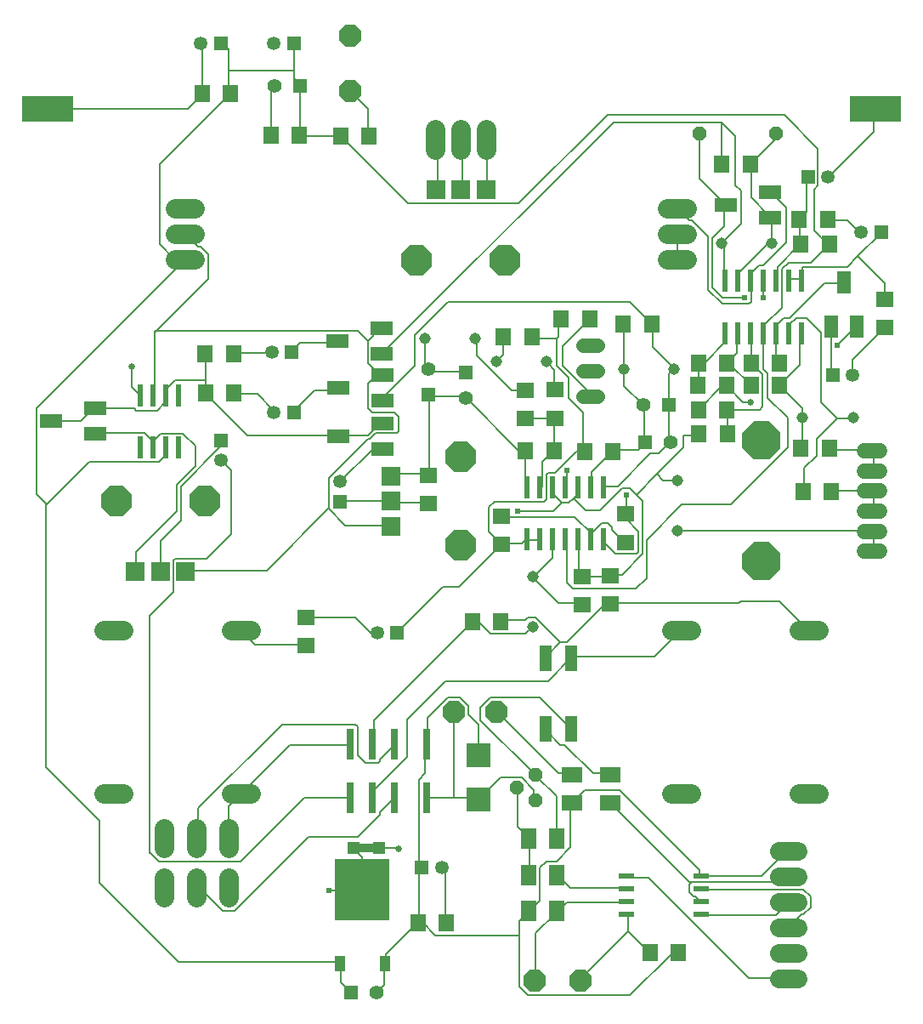
<source format=gbr>
G04 EAGLE Gerber X2 export*
%TF.Part,Single*%
%TF.FileFunction,Copper,L1,Top,Mixed*%
%TF.FilePolarity,Positive*%
%TF.GenerationSoftware,Autodesk,EAGLE,9.2.2*%
%TF.CreationDate,2019-04-19T13:44:37Z*%
G75*
%MOMM*%
%FSLAX34Y34*%
%LPD*%
%INTop Copper*%
%AMOC8*
5,1,8,0,0,1.08239X$1,22.5*%
G01*
%ADD10C,1.143000*%
%ADD11R,1.350000X1.350000*%
%ADD12C,1.350000*%
%ADD13R,1.600000X1.800000*%
%ADD14R,1.800000X1.600000*%
%ADD15C,1.408000*%
%ADD16R,1.408000X1.408000*%
%ADD17R,0.600000X2.200000*%
%ADD18C,1.950000*%
%ADD19R,0.800000X3.100000*%
%ADD20P,2.336880X8X112.500000*%
%ADD21R,1.270000X2.540000*%
%ADD22R,1.600000X1.803000*%
%ADD23R,2.184400X1.320800*%
%ADD24R,1.803000X1.600000*%
%ADD25R,1.320800X2.184400*%
%ADD26R,2.000000X1.600000*%
%ADD27R,1.600000X2.000000*%
%ADD28R,1.000000X1.600000*%
%ADD29R,5.400000X6.200000*%
%ADD30R,1.549400X0.533400*%
%ADD31R,1.879600X1.879600*%
%ADD32P,3.247170X8X292.500000*%
%ADD33P,2.336880X8X22.500000*%
%ADD34P,2.336880X8X202.500000*%
%ADD35R,2.400000X2.400000*%
%ADD36R,1.270000X1.270000*%
%ADD37C,0.812800*%
%ADD38C,1.508000*%
%ADD39P,4.123906X8X292.500000*%
%ADD40C,1.879600*%
%ADD41R,5.080000X2.540000*%
%ADD42P,1.429621X8X112.500000*%
%ADD43P,3.247170X8X202.500000*%
%ADD44C,1.955800*%
%ADD45P,3.247170X8X112.500000*%
%ADD46C,1.422400*%
%ADD47P,1.429621X8X22.500000*%
%ADD48C,0.203200*%
%ADD49C,0.604800*%
%ADD50C,0.654800*%


D10*
X513722Y384460D03*
X513722Y434460D03*
D11*
X812551Y635345D03*
D12*
X832551Y635345D03*
D11*
X273939Y658477D03*
D12*
X253939Y658477D03*
D13*
X679574Y576956D03*
X707574Y576956D03*
D10*
X782905Y592749D03*
X832905Y592749D03*
X527562Y648635D03*
X477562Y648635D03*
D11*
X321794Y509377D03*
D12*
X321794Y529377D03*
D11*
X788182Y832407D03*
D12*
X808182Y832407D03*
D11*
X861071Y777583D03*
D12*
X841071Y777583D03*
D10*
X604711Y641405D03*
X654711Y641405D03*
D11*
X276089Y598484D03*
D12*
X256089Y598484D03*
D10*
X657859Y530638D03*
X657859Y480638D03*
D11*
X203425Y570566D03*
D12*
X203425Y550566D03*
D11*
X378902Y378804D03*
D12*
X358902Y378804D03*
D14*
X591425Y435479D03*
X591425Y407479D03*
D11*
X276037Y965820D03*
D12*
X256037Y965820D03*
D13*
X184396Y915428D03*
X212396Y915428D03*
X399453Y90453D03*
X427453Y90453D03*
D11*
X403109Y144963D03*
D12*
X423109Y144963D03*
D11*
X203287Y965665D03*
D12*
X183287Y965665D03*
D13*
X280920Y874103D03*
X252920Y874103D03*
D15*
X357957Y20706D03*
D16*
X332557Y20706D03*
D15*
X256960Y923048D03*
D16*
X282360Y923048D03*
D17*
X521232Y471705D03*
X521232Y523705D03*
X508532Y471705D03*
X533932Y471705D03*
X546632Y471705D03*
X508532Y523705D03*
X533932Y523705D03*
X546632Y523705D03*
X572032Y471705D03*
X572032Y523705D03*
X559332Y471705D03*
X584732Y471705D03*
X559332Y523705D03*
X584732Y523705D03*
X718251Y677263D03*
X718251Y729263D03*
X705551Y677263D03*
X730951Y677263D03*
X743651Y677263D03*
X705551Y729263D03*
X730951Y729263D03*
X743651Y729263D03*
X769051Y677263D03*
X769051Y729263D03*
X756351Y677263D03*
X781751Y677263D03*
X756351Y729263D03*
X781751Y729263D03*
D18*
X106250Y218850D02*
X86750Y218850D01*
X86750Y381150D02*
X106250Y381150D01*
X213750Y218850D02*
X233250Y218850D01*
X233250Y381150D02*
X213750Y381150D01*
D19*
X408205Y267599D03*
X376205Y267599D03*
X354205Y267599D03*
X332205Y267599D03*
X408205Y214599D03*
X376205Y214599D03*
X354205Y214599D03*
X332205Y214599D03*
D20*
X515874Y32854D03*
X561679Y32854D03*
D21*
X526483Y283179D03*
X551883Y283179D03*
X551883Y353179D03*
X526483Y353179D03*
D18*
X778750Y381150D02*
X798250Y381150D01*
X798250Y218850D02*
X778750Y218850D01*
X671250Y381150D02*
X651750Y381150D01*
X651750Y218850D02*
X671250Y218850D01*
D22*
X706993Y624985D03*
X678553Y624985D03*
D23*
X750408Y792147D03*
X706408Y804877D03*
X750408Y817607D03*
X363686Y656399D03*
X319686Y669129D03*
X363686Y681859D03*
D24*
X536457Y620752D03*
X536457Y592312D03*
D22*
X535225Y560010D03*
X506785Y560010D03*
D23*
X364540Y609573D03*
X320540Y622303D03*
X364540Y635033D03*
D22*
X604107Y686424D03*
X632547Y686424D03*
X809189Y765476D03*
X780749Y765476D03*
X730724Y845148D03*
X702284Y845148D03*
D25*
X810893Y684048D03*
X823623Y728048D03*
X836353Y684048D03*
D24*
X864531Y710902D03*
X864531Y682462D03*
X288000Y394220D03*
X288000Y365780D03*
D23*
X77998Y576990D03*
X33998Y589720D03*
X77998Y602450D03*
D26*
X553327Y237285D03*
X553327Y209285D03*
D22*
X678935Y601007D03*
X707375Y601007D03*
X807929Y790055D03*
X779489Y790055D03*
X707297Y647430D03*
X678857Y647430D03*
D27*
X537699Y173758D03*
X509699Y173758D03*
D22*
X759743Y624832D03*
X731303Y624832D03*
X811403Y519796D03*
X782963Y519796D03*
X809293Y562512D03*
X780853Y562512D03*
D27*
X509699Y137862D03*
X537699Y137862D03*
D26*
X590727Y237434D03*
X590727Y209434D03*
D22*
X453780Y390000D03*
X482220Y390000D03*
X731427Y647449D03*
X759867Y647449D03*
X565602Y559432D03*
X594042Y559432D03*
D24*
X562917Y406603D03*
X562917Y435043D03*
D22*
X513214Y673783D03*
X484774Y673783D03*
X542394Y691388D03*
X570834Y691388D03*
D28*
X321513Y49774D03*
X367113Y49774D03*
D29*
X344313Y122774D03*
D30*
X607481Y136458D03*
X607481Y123758D03*
X607481Y111058D03*
X607481Y98358D03*
X681649Y98358D03*
X681649Y111058D03*
X681649Y123758D03*
X681649Y136458D03*
D31*
X168000Y440000D03*
X143000Y440000D03*
X118000Y440000D03*
D32*
X187000Y510000D03*
X99000Y510000D03*
D33*
X332290Y918003D03*
D34*
X332290Y973295D03*
D35*
X460171Y257116D03*
X460171Y213116D03*
D36*
X335188Y164867D03*
X360588Y164867D03*
D37*
X335188Y164867D01*
D38*
X844462Y539996D02*
X859542Y539996D01*
X859542Y559996D02*
X844462Y559996D01*
X844462Y459996D02*
X859542Y459996D01*
X859542Y519996D02*
X844462Y519996D01*
X844462Y499996D02*
X859542Y499996D01*
X859542Y479996D02*
X844462Y479996D01*
D39*
X742002Y569996D03*
X742002Y449996D03*
D40*
X759298Y161666D02*
X778094Y161666D01*
X778094Y136266D02*
X759298Y136266D01*
X759298Y110866D02*
X778094Y110866D01*
X778094Y85466D02*
X759298Y85466D01*
X759298Y60066D02*
X778094Y60066D01*
X778094Y34666D02*
X759298Y34666D01*
D18*
X146800Y115500D02*
X146800Y135000D01*
X178800Y135000D02*
X178800Y115500D01*
X210800Y115500D02*
X210800Y135000D01*
X210800Y165000D02*
X210800Y184500D01*
X178800Y184500D02*
X178800Y165000D01*
X146800Y165000D02*
X146800Y184500D01*
D10*
X702253Y766759D03*
X752253Y766759D03*
D41*
X855323Y900000D03*
X30529Y900000D03*
D42*
X516971Y237414D03*
X497921Y224714D03*
X516971Y212014D03*
D13*
X350791Y873022D03*
X322791Y873022D03*
D27*
X537699Y101966D03*
X509699Y101966D03*
D24*
X506739Y591943D03*
X506739Y620383D03*
D15*
X409773Y641036D03*
D16*
X409773Y615636D03*
D15*
X447437Y612644D03*
D16*
X447437Y638044D03*
D15*
X651406Y568795D03*
D16*
X626006Y568795D03*
D15*
X623884Y605694D03*
D16*
X649284Y605694D03*
D10*
X406382Y672032D03*
X456382Y672032D03*
D22*
X215728Y656933D03*
X187288Y656933D03*
X187898Y617508D03*
X216338Y617508D03*
D31*
X372500Y535000D03*
X372500Y510000D03*
X372500Y485000D03*
D43*
X442500Y554000D03*
X442500Y466000D03*
D23*
X364357Y561834D03*
X320357Y574564D03*
X364357Y587294D03*
D24*
X482818Y466620D03*
X482818Y495060D03*
X606637Y468766D03*
X606637Y497206D03*
D17*
X148250Y615223D03*
X148250Y563223D03*
X160950Y615223D03*
X135550Y615223D03*
X122850Y615223D03*
X160950Y563223D03*
X135550Y563223D03*
X122850Y563223D03*
D13*
X659112Y60270D03*
X631112Y60270D03*
D33*
X477780Y300331D03*
X435292Y300368D03*
D24*
X409972Y507407D03*
X409972Y535847D03*
D44*
X647613Y800970D02*
X667171Y800970D01*
X667171Y775570D02*
X647613Y775570D01*
X647613Y750170D02*
X667171Y750170D01*
X177171Y800970D02*
X157613Y800970D01*
X157613Y775570D02*
X177171Y775570D01*
X177171Y750170D02*
X157613Y750170D01*
X416592Y860109D02*
X416592Y879667D01*
X441992Y879667D02*
X441992Y860109D01*
X467392Y860109D02*
X467392Y879667D01*
D31*
X467500Y820000D03*
X442500Y820000D03*
X417500Y820000D03*
D45*
X486500Y750000D03*
X398500Y750000D03*
D46*
X563798Y613850D02*
X578022Y613850D01*
X578022Y639250D02*
X563798Y639250D01*
X563798Y664650D02*
X578022Y664650D01*
D47*
X680197Y876111D03*
X756397Y876111D03*
D48*
X780318Y789867D02*
X780318Y767416D01*
X780318Y789867D02*
X779489Y790055D01*
X780318Y767416D02*
X780749Y765476D01*
X757867Y742924D02*
X757867Y730678D01*
X757867Y742924D02*
X780318Y765375D01*
X757867Y730678D02*
X756351Y729263D01*
X780318Y765375D02*
X780749Y765476D01*
X786441Y798031D02*
X786441Y830687D01*
X786441Y798031D02*
X780318Y791908D01*
X786441Y830687D02*
X788182Y832407D01*
X780318Y791908D02*
X779489Y790055D01*
X561931Y408200D02*
X539480Y408200D01*
X514988Y432692D01*
X561931Y408200D02*
X562917Y406603D01*
X514988Y432692D02*
X513722Y434460D01*
X533357Y453102D02*
X533357Y471471D01*
X533357Y453102D02*
X514988Y434733D01*
X533357Y471471D02*
X533932Y471705D01*
X514988Y434733D02*
X513722Y434460D01*
X459881Y389831D02*
X455799Y389831D01*
X459881Y389831D02*
X472127Y377585D01*
X506824Y377585D01*
X512947Y383708D01*
X455799Y389831D02*
X453780Y390000D01*
X512947Y383708D02*
X513722Y384460D01*
X355790Y291863D02*
X355790Y269412D01*
X355790Y291863D02*
X453758Y389831D01*
X355790Y269412D02*
X354205Y267599D01*
X453758Y389831D02*
X453780Y390000D01*
X704801Y783744D02*
X704801Y804154D01*
X704801Y783744D02*
X692555Y771498D01*
X692555Y722514D01*
X702760Y712309D01*
X725211Y712309D01*
X704801Y804154D02*
X706408Y804877D01*
X835425Y683735D02*
X817056Y665366D01*
X835425Y683735D02*
X836353Y684048D01*
D49*
X725211Y712309D03*
X817056Y665366D03*
D48*
X702289Y624361D02*
X678935Y601007D01*
X723368Y608611D02*
X731210Y608611D01*
D50*
X731210Y608611D03*
D48*
X723368Y608611D02*
X706993Y624985D01*
X706408Y804877D02*
X680197Y831087D01*
X680197Y876111D01*
X702104Y624546D02*
X706186Y624546D01*
X702289Y624361D02*
X702104Y624546D01*
X706186Y624546D02*
X706993Y624985D01*
X832551Y650482D02*
X864531Y682462D01*
X832551Y650482D02*
X832551Y635345D01*
X810933Y636792D02*
X810933Y683735D01*
X810893Y684048D01*
X810933Y636792D02*
X812551Y635345D01*
X757867Y677612D02*
X757867Y685776D01*
X757867Y677612D02*
X756351Y677263D01*
X804810Y726596D02*
X823179Y726596D01*
X804810Y726596D02*
X770113Y691899D01*
X763990Y691899D01*
X757867Y685776D01*
X823179Y726596D02*
X823623Y728048D01*
X757867Y685776D02*
X756351Y677263D01*
X755826Y675571D02*
X755826Y651751D01*
X759867Y647449D01*
X755826Y675571D02*
X756351Y677263D01*
X704801Y675571D02*
X704801Y667407D01*
X704801Y675571D02*
X705551Y677263D01*
X704801Y667407D02*
X686432Y649038D01*
X704801Y667407D02*
X705551Y677263D01*
X678857Y647430D02*
X678857Y625289D01*
X678553Y624985D01*
X679653Y649038D02*
X686432Y649038D01*
X679653Y649038D02*
X678857Y647430D01*
X717047Y657202D02*
X717047Y675571D01*
X717047Y657202D02*
X708883Y649038D01*
X717047Y675571D02*
X718251Y677263D01*
X708883Y649038D02*
X707297Y647430D01*
X709138Y646997D02*
X731303Y624832D01*
X709138Y646997D02*
X708883Y646997D01*
X707297Y647430D01*
X729293Y677612D02*
X730951Y677263D01*
X731334Y675571D02*
X731334Y647476D01*
X731427Y647449D01*
X731334Y675571D02*
X730951Y677263D01*
X742571Y603790D02*
X739788Y601007D01*
X709441Y601007D01*
X707375Y601007D01*
X742571Y636305D02*
X731427Y647449D01*
X742571Y636305D02*
X742571Y603790D01*
X707574Y599140D02*
X707574Y576956D01*
X707574Y599140D02*
X709441Y601007D01*
X780853Y562512D02*
X782359Y563316D01*
X780318Y675571D02*
X781751Y677263D01*
X759743Y624832D02*
X782359Y602216D01*
X759743Y624832D02*
X780318Y645406D01*
X780318Y675571D01*
X782359Y602216D02*
X782359Y593295D01*
X782905Y592749D01*
X782905Y564564D01*
X780853Y562512D01*
X784400Y542906D02*
X784400Y520455D01*
X784400Y542906D02*
X796646Y555152D01*
X796646Y571480D01*
X817056Y591890D01*
X831343Y591890D01*
X784400Y520455D02*
X782963Y519796D01*
X831343Y591890D02*
X832905Y592749D01*
X770113Y677612D02*
X770113Y685776D01*
X776236Y691899D01*
X786441Y691899D01*
X800728Y677612D01*
X800728Y608218D01*
X817056Y591890D01*
X770113Y677612D02*
X769051Y677263D01*
X127198Y577603D02*
X78214Y577603D01*
X127198Y577603D02*
X135362Y569439D01*
X135362Y563316D01*
X78214Y577603D02*
X77998Y576990D01*
X135362Y563316D02*
X135550Y563223D01*
X135362Y569439D02*
X143212Y577289D01*
X118378Y459225D02*
X118378Y440856D01*
X118378Y459225D02*
X159198Y500045D01*
X159198Y526578D01*
X177567Y544947D01*
X177567Y565357D01*
X118378Y440856D02*
X118000Y440000D01*
X143212Y577289D02*
X165635Y577289D01*
X177567Y565357D01*
X286396Y214305D02*
X223125Y151034D01*
X141485Y151034D01*
X133321Y159198D01*
X286396Y214305D02*
X331911Y214305D01*
X332205Y214599D01*
X132665Y373503D02*
X132502Y373666D01*
X132665Y373503D02*
X132665Y159198D01*
X133321Y159198D01*
X213230Y540761D02*
X203425Y550566D01*
X213230Y540761D02*
X213230Y476807D01*
X132502Y396078D02*
X132502Y373666D01*
X155536Y450668D02*
X157332Y452464D01*
X155536Y419113D02*
X132502Y396078D01*
X155536Y419113D02*
X155536Y450668D01*
X188887Y452464D02*
X213230Y476807D01*
X188887Y452464D02*
X157332Y452464D01*
X812974Y520455D02*
X851753Y520455D01*
X812974Y520455D02*
X811403Y519796D01*
X851753Y520455D02*
X852002Y519996D01*
X853794Y518414D02*
X853794Y500045D01*
X852002Y499996D01*
X853794Y518414D02*
X852002Y519996D01*
X851753Y561275D02*
X810933Y561275D01*
X809293Y562512D01*
X851753Y561275D02*
X852002Y559996D01*
X853794Y559234D02*
X853794Y540865D01*
X852002Y539996D01*
X853794Y559234D02*
X852002Y559996D01*
X702403Y845267D02*
X702403Y887040D01*
X702403Y845267D02*
X702284Y845148D01*
X715762Y824453D02*
X721268Y818947D01*
X704801Y763334D02*
X704801Y730678D01*
X704801Y763334D02*
X702760Y765375D01*
X704801Y730678D02*
X705551Y729263D01*
X702760Y765375D02*
X702253Y766759D01*
X701784Y887040D02*
X702403Y887040D01*
X702253Y766909D02*
X702253Y766759D01*
X702253Y766909D02*
X721268Y785924D01*
X721268Y818947D01*
X715762Y824453D02*
X715762Y873062D01*
X701784Y887040D01*
X594327Y887040D02*
X363686Y656399D01*
X594327Y887040D02*
X701784Y887040D01*
X731334Y844974D02*
X731334Y812318D01*
X749703Y793949D01*
X731334Y844974D02*
X730724Y845148D01*
X749703Y793949D02*
X750408Y792147D01*
X719088Y736801D02*
X719088Y730678D01*
X719088Y736801D02*
X747662Y765375D01*
X751744Y765375D01*
X719088Y730678D02*
X718251Y729263D01*
X751744Y765375D02*
X752253Y766759D01*
X751744Y767416D02*
X751744Y791908D01*
X750408Y792147D01*
X751744Y767416D02*
X752253Y766759D01*
X730724Y845148D02*
X756397Y870821D01*
X756397Y876111D01*
X482332Y676225D02*
X482332Y673880D01*
X484548Y671664D01*
X484627Y655700D02*
X477562Y648635D01*
X484627Y655700D02*
X484774Y655847D01*
X484373Y671489D02*
X484548Y671664D01*
X484627Y673636D02*
X484627Y655700D01*
X484627Y673636D02*
X484774Y673783D01*
X483602Y674956D01*
X483602Y678538D01*
X482332Y676225D02*
X484774Y673783D01*
X482332Y676225D02*
X482332Y677262D01*
X535398Y640874D02*
X535398Y622505D01*
X535398Y640874D02*
X529275Y646997D01*
X535398Y622505D02*
X536457Y620752D01*
X529275Y646997D02*
X527562Y648635D01*
X535398Y591890D02*
X506824Y591890D01*
X506739Y591943D01*
X535398Y591890D02*
X535398Y561275D01*
X535225Y560010D01*
X535398Y591890D02*
X536457Y592312D01*
X523152Y549029D02*
X523152Y524537D01*
X523152Y549029D02*
X533357Y559234D01*
X523152Y524537D02*
X521232Y523705D01*
X533357Y559234D02*
X535225Y560010D01*
X682350Y97968D02*
X755826Y97968D01*
X768072Y110214D01*
X682350Y97968D02*
X681649Y98358D01*
X768072Y110214D02*
X768696Y110866D01*
X680309Y112255D02*
X676227Y116337D01*
X674186Y116337D01*
X670104Y120419D01*
X670104Y128583D01*
X672145Y130624D01*
X763990Y130624D01*
X768072Y134706D01*
X681649Y111058D02*
X680309Y112255D01*
X768072Y134706D02*
X768696Y136266D01*
X670104Y130624D02*
X592546Y208182D01*
X670104Y130624D02*
X672145Y130624D01*
X592546Y208182D02*
X590727Y209434D01*
X783257Y123330D02*
X790558Y116029D01*
X790558Y105703D01*
X783257Y98402D01*
X781632Y98402D01*
X768696Y85466D01*
X682077Y123330D02*
X681649Y123758D01*
X682077Y123330D02*
X783257Y123330D01*
X629284Y134706D02*
X608874Y134706D01*
X629284Y134706D02*
X729293Y34697D01*
X768072Y34697D01*
X608874Y134706D02*
X607481Y136458D01*
X768072Y34697D02*
X768696Y34666D01*
X551726Y238797D02*
X539480Y238797D01*
X478250Y300027D01*
X551726Y238797D02*
X553327Y237285D01*
X478250Y300027D02*
X477780Y300331D01*
X435389Y214305D02*
X408856Y214305D01*
X435389Y214305D02*
X459881Y214305D01*
X460171Y213116D01*
X408856Y214305D02*
X408205Y214599D01*
X514988Y212264D02*
X514988Y222469D01*
X502742Y234715D01*
X482332Y234715D01*
X461922Y214305D01*
X514988Y212264D02*
X516971Y212014D01*
X461922Y214305D02*
X460171Y213116D01*
X435389Y214305D02*
X435389Y300027D01*
X435292Y300368D01*
X510906Y173485D02*
X510906Y138788D01*
X509699Y137862D01*
X510906Y173485D02*
X509699Y173758D01*
X498660Y185731D02*
X498660Y224510D01*
X498660Y185731D02*
X508865Y175526D01*
X498660Y224510D02*
X497921Y224714D01*
X508865Y175526D02*
X509699Y173758D01*
X551726Y124501D02*
X606833Y124501D01*
X551726Y124501D02*
X539480Y136747D01*
X606833Y124501D02*
X607481Y123758D01*
X539480Y136747D02*
X537699Y137862D01*
X459881Y257166D02*
X459881Y287781D01*
X449676Y297986D01*
X449676Y306150D01*
X441512Y314314D01*
X429266Y314314D01*
X408856Y293904D01*
X408856Y269412D01*
X459881Y257166D02*
X460171Y257116D01*
X408856Y269412D02*
X408205Y267599D01*
X365995Y48984D02*
X365995Y28574D01*
X359872Y22451D01*
X365995Y48984D02*
X367113Y49774D01*
X359872Y22451D02*
X357957Y20706D01*
X400692Y91845D02*
X400692Y142870D01*
X402733Y144911D01*
X400692Y91845D02*
X399453Y90453D01*
X402733Y144911D02*
X403109Y144963D01*
X368036Y59189D02*
X368036Y51025D01*
X368036Y59189D02*
X398651Y89804D01*
X368036Y51025D02*
X367113Y49774D01*
X398651Y89804D02*
X399453Y90453D01*
X406815Y238797D02*
X406815Y267371D01*
X406815Y238797D02*
X400692Y232674D01*
X400692Y148993D01*
X402733Y146952D01*
X406815Y267371D02*
X408205Y267599D01*
X402733Y146952D02*
X403109Y144963D01*
X682350Y136747D02*
X741539Y136747D01*
X768072Y163280D01*
X682350Y136747D02*
X681649Y136458D01*
X768072Y163280D02*
X768696Y161666D01*
X657858Y59189D02*
X651735Y59189D01*
X610915Y18369D01*
X508865Y18369D01*
X500701Y26533D01*
X500701Y77558D02*
X500701Y91845D01*
X500701Y77558D02*
X500701Y26533D01*
X500701Y91845D02*
X508865Y100009D01*
X657858Y59189D02*
X659112Y60270D01*
X509699Y101966D02*
X508865Y100009D01*
X551726Y165321D02*
X551726Y208182D01*
X551726Y165321D02*
X537439Y151034D01*
X527234Y151034D01*
X521111Y144911D01*
X521111Y112255D01*
X510906Y102050D01*
X551726Y208182D02*
X553327Y209285D01*
X510906Y102050D02*
X509699Y101966D01*
X680309Y136747D02*
X680309Y142870D01*
X600710Y222469D01*
X566013Y222469D01*
X553767Y210223D01*
X680309Y136747D02*
X681649Y136458D01*
X553327Y209285D02*
X553767Y210223D01*
X404774Y89804D02*
X400692Y89804D01*
X404774Y89804D02*
X417020Y77558D01*
X500701Y77558D01*
X400692Y89804D02*
X399453Y90453D01*
X547644Y110214D02*
X606833Y110214D01*
X547644Y110214D02*
X539480Y102050D01*
X606833Y110214D02*
X607481Y111058D01*
X539480Y102050D02*
X537699Y101966D01*
X517029Y79599D02*
X517029Y34697D01*
X517029Y79599D02*
X537439Y100009D01*
X517029Y34697D02*
X515874Y32854D01*
X537439Y100009D02*
X537699Y101966D01*
X574177Y238797D02*
X590505Y238797D01*
X574177Y238797D02*
X545603Y267371D01*
X541521Y267371D01*
X527234Y281658D01*
X590505Y238797D02*
X590727Y237434D01*
X527234Y281658D02*
X526483Y283179D01*
X331298Y267371D02*
X272109Y267371D01*
X225166Y220428D01*
X331298Y267371D02*
X332205Y267599D01*
X225166Y220428D02*
X223500Y218850D01*
X210879Y206141D02*
X210879Y165321D01*
X210879Y206141D02*
X223125Y218387D01*
X210879Y165321D02*
X210800Y165000D01*
X223125Y218387D02*
X223500Y218850D01*
X361913Y200018D02*
X376200Y214305D01*
X361913Y200018D02*
X361913Y197977D01*
X339462Y175526D01*
X290478Y175526D01*
X217002Y102050D01*
X204756Y102050D01*
X180264Y126542D01*
X180264Y134706D01*
X376200Y214305D02*
X376205Y214599D01*
X180264Y134706D02*
X178800Y135000D01*
X352530Y378804D02*
X358902Y378804D01*
X352530Y378804D02*
X337114Y394220D01*
X288000Y394220D01*
X376200Y267371D02*
X361913Y253084D01*
X361913Y251043D01*
X359872Y249002D01*
X347626Y249002D01*
X339462Y257166D01*
X339462Y285740D01*
X337421Y287781D01*
X263945Y287781D01*
X180264Y204100D01*
X180264Y165321D01*
X376200Y267371D02*
X376205Y267599D01*
X180264Y165321D02*
X178800Y165000D01*
X553767Y355134D02*
X635407Y355134D01*
X659899Y379626D01*
X553767Y355134D02*
X551883Y353179D01*
X659899Y379626D02*
X661500Y381150D01*
X355790Y222469D02*
X355790Y216346D01*
X355790Y222469D02*
X388414Y255093D01*
X388414Y292179D01*
X426877Y330642D01*
X529275Y330642D01*
X551726Y353093D01*
X355790Y216346D02*
X354205Y214599D01*
X551726Y353093D02*
X551883Y353179D01*
X553767Y422487D02*
X547644Y428610D01*
X627243Y433302D02*
X627243Y471391D01*
X627243Y433302D02*
X616428Y422487D01*
X553767Y422487D01*
X627243Y471391D02*
X662319Y506467D01*
X210879Y938860D02*
X210879Y959270D01*
X210879Y938860D02*
X210879Y916409D01*
X210879Y959270D02*
X204756Y965393D01*
X210879Y916409D02*
X212396Y915428D01*
X204756Y965393D02*
X203287Y965665D01*
X282314Y873548D02*
X321093Y873548D01*
X322791Y873022D01*
X282314Y873548D02*
X280920Y874103D01*
X276191Y930696D02*
X276191Y938860D01*
X276191Y965393D01*
X276191Y930696D02*
X282314Y924573D01*
X276191Y965393D02*
X276037Y965820D01*
X282314Y924573D02*
X282360Y923048D01*
X282314Y922532D02*
X282314Y875589D01*
X280920Y874103D01*
X282314Y922532D02*
X282360Y923048D01*
X276191Y938860D02*
X210879Y938860D01*
X323134Y48984D02*
X323134Y30615D01*
X331298Y22451D01*
X323134Y48984D02*
X321513Y49774D01*
X331298Y22451D02*
X332557Y20706D01*
X321093Y51025D02*
X161235Y51025D01*
X82538Y129721D01*
X82538Y191618D01*
X29230Y244926D01*
X29230Y506168D01*
X29935Y506873D02*
X72091Y549029D01*
X29935Y506873D02*
X29230Y506168D01*
X72091Y549029D02*
X141485Y549029D01*
X147608Y555152D01*
X147608Y561275D01*
X321093Y51025D02*
X321513Y49774D01*
X147608Y561275D02*
X148250Y563223D01*
X29935Y506873D02*
X20010Y516797D01*
X20010Y602288D02*
X167392Y750170D01*
X20010Y602288D02*
X20010Y516797D01*
X157027Y750170D02*
X167392Y750170D01*
X157027Y750170D02*
X142114Y765702D01*
X142114Y845147D02*
X212396Y915428D01*
X142114Y845147D02*
X142114Y765702D01*
X322791Y873022D02*
X389617Y806195D01*
X547644Y470693D02*
X547644Y428610D01*
X547644Y470693D02*
X546632Y471705D01*
X711223Y506467D02*
X768072Y563316D01*
X711223Y506467D02*
X662319Y506467D01*
X808892Y764306D02*
X808892Y765375D01*
X745621Y685776D02*
X745621Y677612D01*
X808892Y765375D02*
X809189Y765476D01*
X745621Y677612D02*
X743651Y677263D01*
X745621Y685776D01*
X743651Y677263D02*
X743651Y640998D01*
X747791Y636858D01*
X747791Y612919D01*
X768072Y592638D01*
X768072Y563316D01*
X499830Y806195D02*
X588319Y894684D01*
X797998Y860979D02*
X797998Y824387D01*
X793955Y779243D02*
X808892Y764306D01*
X793955Y820344D02*
X797998Y824387D01*
X793955Y820344D02*
X793955Y779243D01*
X797998Y860979D02*
X764292Y894684D01*
X588319Y894684D01*
X499830Y806195D02*
X389617Y806195D01*
X790968Y747255D02*
X809189Y765476D01*
X790968Y747255D02*
X768707Y747255D01*
X762417Y740965D01*
X762417Y702572D01*
X745621Y685776D01*
X590505Y406159D02*
X584382Y406159D01*
X547644Y369421D01*
X541521Y369421D01*
X527234Y355134D01*
X590505Y406159D02*
X591425Y407479D01*
X527234Y355134D02*
X526483Y353179D01*
X506824Y391872D02*
X482332Y391872D01*
X506824Y391872D02*
X508865Y393913D01*
X517029Y393913D01*
X541521Y369421D01*
X482220Y390000D02*
X482332Y391872D01*
X184346Y916409D02*
X184346Y965393D01*
X184346Y916409D02*
X184396Y915428D01*
X184346Y965393D02*
X183287Y965665D01*
X253740Y920491D02*
X253740Y875589D01*
X253740Y920491D02*
X255781Y922532D01*
X253740Y875589D02*
X252920Y874103D01*
X255781Y922532D02*
X256960Y923048D01*
X237412Y367380D02*
X286396Y367380D01*
X237412Y367380D02*
X225166Y379626D01*
X286396Y367380D02*
X288000Y365780D01*
X225166Y379626D02*
X223500Y381150D01*
X122850Y615223D02*
X123116Y616382D01*
X547644Y540865D02*
X547644Y524537D01*
X546632Y523705D01*
X170059Y900081D02*
X31271Y900081D01*
X170059Y900081D02*
X184346Y914368D01*
X31271Y900081D02*
X30529Y900000D01*
X184346Y914368D02*
X184396Y915428D01*
X310888Y122460D02*
X343544Y122460D01*
X344313Y122774D01*
X592546Y408200D02*
X719088Y408200D01*
X721129Y410241D01*
X759908Y410241D01*
X788482Y381667D01*
X592546Y408200D02*
X591425Y407479D01*
X788482Y381667D02*
X788500Y381150D01*
D49*
X547644Y540865D03*
X310888Y122460D03*
D48*
X344313Y155742D02*
X335188Y164867D01*
X344313Y155742D02*
X344313Y122774D01*
X122850Y615223D02*
X114576Y623496D01*
X114576Y643942D01*
D50*
X114576Y643942D03*
D48*
X808892Y789867D02*
X827261Y789867D01*
X839507Y777621D01*
X808892Y789867D02*
X807929Y790055D01*
X839507Y777621D02*
X841071Y777583D01*
X743580Y728637D02*
X743580Y712309D01*
X743580Y728637D02*
X743651Y729263D01*
X853794Y877630D02*
X853794Y898040D01*
X853794Y877630D02*
X808892Y832728D01*
X853794Y898040D02*
X855323Y900000D01*
X808892Y832728D02*
X808182Y832407D01*
D49*
X743580Y712309D03*
D48*
X608874Y97968D02*
X608874Y81640D01*
X629284Y61230D01*
X608874Y97968D02*
X607481Y98358D01*
X629284Y61230D02*
X631112Y60270D01*
X427225Y91845D02*
X427225Y140829D01*
X423143Y144911D01*
X427225Y91845D02*
X427453Y90453D01*
X423143Y144911D02*
X423109Y144963D01*
X537439Y175526D02*
X537439Y216346D01*
X517029Y236756D01*
X537439Y175526D02*
X537699Y173758D01*
X517029Y236756D02*
X516971Y237414D01*
X551726Y283699D02*
X521111Y314314D01*
X472127Y314314D01*
X461922Y304109D01*
X461922Y291863D01*
X514988Y238797D01*
X551883Y283179D02*
X551726Y283699D01*
X516971Y237414D02*
X514988Y238797D01*
X608874Y81640D02*
X561931Y34697D01*
X561679Y32854D01*
X379002Y164867D02*
X360588Y164867D01*
X379002Y164867D02*
X380258Y163610D01*
D50*
X380258Y163610D03*
D48*
X137403Y677811D02*
X137403Y679653D01*
X137403Y677811D02*
X137403Y616382D01*
X135550Y615223D01*
X359872Y636792D02*
X363954Y636792D01*
X359872Y636792D02*
X349667Y646997D01*
X349667Y669448D01*
X361913Y681694D01*
X363954Y636792D02*
X364540Y635033D01*
X361913Y681694D02*
X363686Y681859D01*
X372118Y485758D02*
X327216Y485758D01*
X310888Y502086D01*
X310888Y532701D01*
X349667Y571480D01*
X351708Y571480D01*
X357831Y577603D01*
X378241Y577603D01*
X380282Y579644D01*
X380282Y593931D01*
X376200Y598013D01*
X353749Y598013D01*
X349667Y602095D01*
X349667Y626587D01*
X359872Y636792D01*
X372118Y485758D02*
X372500Y485000D01*
X364540Y635033D02*
X359872Y636792D01*
X339462Y679653D02*
X137403Y679653D01*
X339462Y679653D02*
X349667Y669448D01*
X535398Y522496D02*
X535398Y516373D01*
X542977Y508794D02*
X543562Y508209D01*
X542977Y508794D02*
X535398Y516373D01*
X543562Y508209D02*
X549685Y508209D01*
X554439Y512963D02*
X557849Y516373D01*
X554439Y512963D02*
X549685Y508209D01*
X557849Y516373D02*
X557849Y522496D01*
X535398Y522496D02*
X533932Y523705D01*
X557849Y522496D02*
X559332Y523705D01*
X563972Y434733D02*
X590505Y434733D01*
X591425Y435479D01*
X563972Y434733D02*
X562917Y435043D01*
X559890Y438815D02*
X559890Y471471D01*
X559890Y438815D02*
X561931Y436774D01*
X559890Y471471D02*
X559332Y471705D01*
X561931Y436774D02*
X562917Y435043D01*
X566274Y501129D02*
X554439Y512963D01*
X566274Y501129D02*
X581384Y501129D01*
X602751Y522496D01*
X610915Y522496D01*
X617038Y516373D02*
X623161Y510250D01*
X617038Y516373D02*
X610915Y522496D01*
X623161Y510250D02*
X623161Y457184D01*
X602751Y436774D01*
X592546Y436774D01*
X557849Y516373D02*
X559332Y523705D01*
X592546Y436774D02*
X591425Y435479D01*
X637430Y536765D02*
X663981Y563316D01*
X637430Y536765D02*
X617038Y516373D01*
X663981Y563316D02*
X663981Y575047D01*
X534228Y500045D02*
X498660Y500045D01*
X534228Y500045D02*
X542977Y508794D01*
X535398Y516373D02*
X533932Y523705D01*
D49*
X498660Y500045D03*
D48*
X190516Y755491D02*
X182992Y763015D01*
X180447Y763015D02*
X167392Y775570D01*
X180447Y763015D02*
X182992Y763015D01*
X190516Y755491D02*
X190516Y730924D01*
X137403Y677811D01*
X637430Y536765D02*
X643557Y530638D01*
X770113Y730678D02*
X780318Y730678D01*
X770113Y730678D02*
X769051Y729263D01*
X780318Y730678D02*
X781751Y729263D01*
X782359Y729871D02*
X782359Y743173D01*
X782359Y729871D02*
X781751Y729263D01*
X782359Y743173D02*
X827510Y743173D01*
X837892Y753555D01*
X679574Y576956D02*
X677665Y575047D01*
X663981Y575047D01*
X864531Y710902D02*
X864531Y726915D01*
X837892Y753555D01*
X657859Y530638D02*
X643557Y530638D01*
X837892Y753555D02*
X861071Y776734D01*
X861071Y777583D01*
X249002Y440856D02*
X169403Y440856D01*
X249002Y440856D02*
X310232Y502086D01*
X169403Y440856D02*
X168000Y440000D01*
X310232Y502086D02*
X310888Y502086D01*
X484373Y467389D02*
X502742Y467389D01*
X506824Y471471D01*
X484373Y467389D02*
X482818Y466620D01*
X506824Y471471D02*
X508532Y471705D01*
X508865Y471471D02*
X521111Y471471D01*
X521232Y471705D01*
X508865Y471471D02*
X508532Y471705D01*
X563972Y561275D02*
X563972Y598013D01*
X549685Y612300D01*
X549685Y632710D01*
X537439Y644956D01*
X537439Y671489D01*
X563972Y561275D02*
X565602Y559432D01*
X515508Y671489D02*
X513214Y673783D01*
X515508Y671489D02*
X537439Y671489D01*
X539480Y673530D01*
X539480Y691899D01*
X541521Y691899D01*
X542394Y691388D01*
X424626Y424528D02*
X378902Y378804D01*
X440726Y424528D02*
X482818Y466620D01*
X440726Y424528D02*
X424626Y424528D01*
X527866Y535975D02*
X529662Y537771D01*
X527866Y512003D02*
X525502Y509639D01*
X527866Y512003D02*
X527866Y535975D01*
X529662Y537771D02*
X535938Y537771D01*
X557598Y559432D01*
X565602Y559432D01*
X482818Y466620D02*
X470086Y479352D01*
X470086Y504127D01*
X475598Y509639D01*
X525502Y509639D01*
X852002Y479996D02*
X853794Y481676D01*
X853794Y479635D02*
X853794Y461266D01*
X852002Y459996D01*
X853794Y479635D02*
X852002Y479996D01*
X852756Y480638D02*
X657859Y480638D01*
X852756Y480638D02*
X853794Y481676D01*
X598669Y524537D02*
X586423Y524537D01*
X598669Y524537D02*
X631325Y557193D01*
X639489Y557193D01*
X649694Y567398D01*
X586423Y524537D02*
X584732Y523705D01*
X649694Y567398D02*
X651406Y568795D01*
X649694Y569439D02*
X649694Y604136D01*
X649284Y605694D01*
X649694Y569439D02*
X651406Y568795D01*
X633366Y663325D02*
X633366Y685776D01*
X633366Y663325D02*
X653776Y642915D01*
X633366Y685776D02*
X632547Y686424D01*
X653776Y642915D02*
X654711Y641405D01*
X365995Y614341D02*
X365995Y610259D01*
X365995Y614341D02*
X396610Y644956D01*
X396610Y675571D01*
X429266Y708227D01*
X365995Y610259D02*
X364540Y609573D01*
X649694Y606177D02*
X649694Y636792D01*
X653776Y640874D01*
X649694Y606177D02*
X649284Y605694D01*
X653776Y640874D02*
X654711Y641405D01*
X632547Y686424D02*
X610744Y708227D01*
X429266Y708227D01*
X349667Y873548D02*
X349667Y900081D01*
X333339Y916409D01*
X349667Y873548D02*
X350791Y873022D01*
X333339Y916409D02*
X332290Y918003D01*
X321093Y575562D02*
X349667Y575562D01*
X359872Y585767D01*
X363954Y585767D01*
X321093Y575562D02*
X320357Y574564D01*
X363954Y585767D02*
X364357Y587294D01*
X63927Y589849D02*
X35353Y589849D01*
X63927Y589849D02*
X76173Y602095D01*
X35353Y589849D02*
X33998Y589720D01*
X76173Y602095D02*
X77998Y602450D01*
X188428Y618423D02*
X188428Y630669D01*
X188428Y655161D01*
X187288Y656933D01*
X188428Y618423D02*
X187898Y617508D01*
X149649Y616382D02*
X149649Y622505D01*
X157813Y630669D01*
X188428Y630669D01*
X149649Y616382D02*
X148250Y615223D01*
X116993Y602095D02*
X78214Y602095D01*
X116993Y602095D02*
X119034Y600054D01*
X139444Y600054D01*
X147608Y608218D01*
X147608Y614341D01*
X78214Y602095D02*
X77998Y602450D01*
X147608Y614341D02*
X148250Y615223D01*
X229248Y575562D02*
X319052Y575562D01*
X229248Y575562D02*
X188428Y616382D01*
X319052Y575562D02*
X320357Y574564D01*
X188428Y616382D02*
X187898Y617508D01*
X604792Y642915D02*
X604792Y685776D01*
X604107Y686424D01*
X604792Y642915D02*
X604711Y641405D01*
X594587Y561275D02*
X619079Y561275D01*
X625202Y567398D01*
X594587Y561275D02*
X594042Y559432D01*
X625202Y567398D02*
X626006Y568795D01*
X572136Y538824D02*
X572136Y524537D01*
X572136Y538824D02*
X592546Y559234D01*
X572136Y524537D02*
X572032Y523705D01*
X592546Y559234D02*
X594042Y559432D01*
X625202Y569439D02*
X625202Y604136D01*
X623884Y605694D01*
X625202Y569439D02*
X626006Y568795D01*
X604792Y624546D02*
X604792Y640874D01*
X604792Y624546D02*
X623161Y606177D01*
X604792Y640874D02*
X604711Y641405D01*
X623161Y606177D02*
X623884Y605694D01*
X406815Y644956D02*
X406815Y671489D01*
X406815Y644956D02*
X408856Y642915D01*
X406815Y671489D02*
X406382Y672032D01*
X408856Y642915D02*
X409773Y641036D01*
X412938Y638833D02*
X445594Y638833D01*
X412938Y638833D02*
X410897Y640874D01*
X445594Y638833D02*
X447437Y638044D01*
X410897Y640874D02*
X409773Y641036D01*
X492537Y620464D02*
X504783Y620464D01*
X492537Y620464D02*
X457840Y655161D01*
X457840Y671489D01*
X504783Y620464D02*
X506739Y620383D01*
X457840Y671489D02*
X456382Y672032D01*
X408856Y536783D02*
X374159Y536783D01*
X408856Y536783D02*
X409972Y535847D01*
X374159Y536783D02*
X372500Y535000D01*
X506824Y524537D02*
X506824Y559234D01*
X506785Y560010D01*
X506824Y524537D02*
X508532Y523705D01*
X445594Y614341D02*
X410897Y614341D01*
X445594Y614341D02*
X447437Y612644D01*
X498660Y561275D02*
X504783Y561275D01*
X498660Y561275D02*
X447635Y612300D01*
X504783Y561275D02*
X506785Y560010D01*
X447635Y612300D02*
X447437Y612644D01*
X410897Y614341D02*
X410897Y536783D01*
X409972Y535847D01*
X410897Y614341D02*
X409773Y615636D01*
X408856Y508209D02*
X374159Y508209D01*
X408856Y508209D02*
X409972Y507407D01*
X374159Y508209D02*
X372500Y510000D01*
X372118Y510250D02*
X323134Y510250D01*
X321794Y509377D01*
X372118Y510250D02*
X372500Y510000D01*
X751744Y816400D02*
X766031Y802113D01*
X766031Y767416D01*
X743580Y744965D01*
X739498Y744965D01*
X731334Y736801D01*
X731334Y730678D01*
X751744Y816400D02*
X750408Y817607D01*
X731334Y730678D02*
X730951Y729263D01*
X670104Y789867D02*
X659899Y800072D01*
X670104Y789867D02*
X672145Y789867D01*
X688473Y773539D01*
X688473Y720473D01*
X702760Y706186D01*
X729293Y706186D01*
X731334Y708227D01*
X731334Y728637D01*
X659899Y800072D02*
X657392Y800970D01*
X730951Y729263D02*
X731334Y728637D01*
X592546Y481676D02*
X604792Y469430D01*
X592546Y481676D02*
X592546Y483717D01*
X588464Y487799D01*
X582341Y487799D01*
X572136Y477594D01*
X572136Y473512D01*
X604792Y469430D02*
X606637Y468766D01*
X572032Y471705D02*
X572136Y473512D01*
X555808Y493922D02*
X484373Y493922D01*
X555808Y493922D02*
X572136Y477594D01*
X484373Y493922D02*
X482818Y495060D01*
X572136Y477594D02*
X572032Y471705D01*
X606833Y491881D02*
X606833Y495963D01*
X606833Y491881D02*
X619079Y479635D01*
X619079Y459225D01*
X617038Y457184D01*
X596628Y457184D01*
X586423Y467389D01*
X586423Y471471D01*
X606833Y495963D02*
X606637Y497206D01*
X586423Y471471D02*
X584732Y471705D01*
X606833Y498004D02*
X606833Y516373D01*
X606833Y498004D02*
X606637Y497206D01*
D49*
X606833Y516373D03*
D48*
X570095Y618423D02*
X543562Y644956D01*
X570095Y618423D02*
X570095Y614341D01*
X570910Y613850D01*
X543562Y664116D02*
X570834Y691388D01*
X543562Y664116D02*
X543562Y644956D01*
X319052Y620464D02*
X296601Y620464D01*
X276191Y600054D01*
X319052Y620464D02*
X320540Y622303D01*
X276191Y600054D02*
X276089Y598484D01*
X239453Y616382D02*
X217002Y616382D01*
X239453Y616382D02*
X255781Y600054D01*
X217002Y616382D02*
X216338Y617508D01*
X255781Y600054D02*
X256089Y598484D01*
X353749Y561275D02*
X363954Y561275D01*
X353749Y561275D02*
X323134Y530660D01*
X363954Y561275D02*
X364357Y561834D01*
X323134Y530660D02*
X321794Y529377D01*
X319052Y667407D02*
X282314Y667407D01*
X274150Y659243D01*
X319052Y667407D02*
X319686Y669129D01*
X274150Y659243D02*
X273939Y658477D01*
X253740Y657202D02*
X217002Y657202D01*
X215728Y656933D01*
X253740Y657202D02*
X253939Y658477D01*
X468045Y820482D02*
X468045Y869466D01*
X468045Y820482D02*
X467500Y820000D01*
X468045Y869466D02*
X467392Y869888D01*
X443553Y869466D02*
X443553Y820482D01*
X442500Y820000D01*
X443553Y869466D02*
X441992Y869888D01*
X419061Y869466D02*
X419061Y820482D01*
X417500Y820000D01*
X419061Y869466D02*
X416592Y869888D01*
X657858Y773539D02*
X657858Y751088D01*
X657392Y750170D01*
X657858Y773539D02*
X657392Y775570D01*
X202059Y569439D02*
X202059Y563316D01*
X163280Y524537D01*
X163280Y490885D01*
X143000Y470605D01*
X143000Y440000D01*
X202059Y569439D02*
X203425Y570566D01*
M02*

</source>
